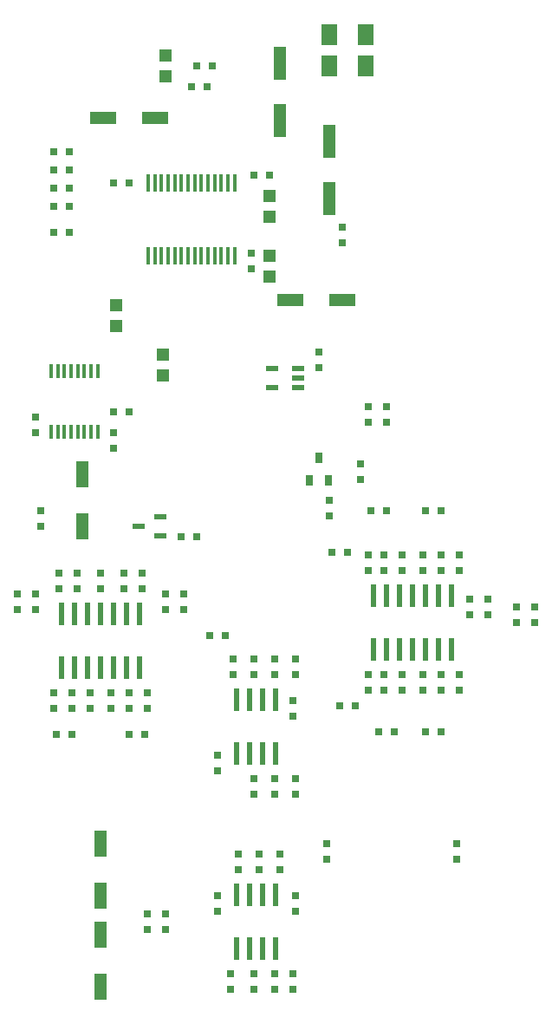
<source format=gbr>
G04 EAGLE Gerber RS-274X export*
G75*
%MOMM*%
%FSLAX34Y34*%
%LPD*%
%INSolderpaste Bottom*%
%IPPOS*%
%AMOC8*
5,1,8,0,0,1.08239X$1,22.5*%
G01*
%ADD10R,0.800000X0.800000*%
%ADD11R,1.300000X1.200000*%
%ADD12R,2.540000X1.270000*%
%ADD13R,1.270000X2.540000*%
%ADD14R,1.270000X3.302000*%
%ADD15R,1.500000X2.100000*%
%ADD16R,0.450000X1.800000*%
%ADD17R,0.600000X2.200000*%
%ADD18R,1.250000X0.600000*%
%ADD19R,1.150000X0.600000*%
%ADD20R,0.650000X1.100000*%
%ADD21R,0.450000X1.475000*%


D10*
X340360Y35560D03*
X340360Y50800D03*
X180340Y822960D03*
X165100Y822960D03*
X317500Y830580D03*
X302260Y830580D03*
D11*
X215900Y927100D03*
X215900Y947420D03*
D12*
X154940Y886460D03*
X205740Y886460D03*
X388620Y708660D03*
X337820Y708660D03*
D11*
X317500Y810260D03*
X317500Y789940D03*
D10*
X365760Y657860D03*
X365760Y642620D03*
X576580Y393700D03*
X576580Y408940D03*
X513080Y416560D03*
X513080Y401320D03*
X342900Y111760D03*
X342900Y127000D03*
X266700Y111760D03*
X266700Y127000D03*
X447040Y459740D03*
X447040Y444500D03*
X447040Y327660D03*
X447040Y342900D03*
X322580Y358140D03*
X322580Y342900D03*
X152400Y441960D03*
X152400Y426720D03*
X279400Y35560D03*
X279400Y50800D03*
D13*
X152400Y177800D03*
X152400Y127000D03*
X152400Y88900D03*
X152400Y38100D03*
D10*
X88900Y594360D03*
X88900Y579120D03*
X327660Y152400D03*
X327660Y167640D03*
D13*
X134620Y487680D03*
X134620Y538480D03*
D10*
X180340Y599440D03*
X165100Y599440D03*
X111760Y441960D03*
X111760Y426720D03*
X193040Y441960D03*
X193040Y426720D03*
X180340Y309880D03*
X180340Y325120D03*
X124460Y309880D03*
X124460Y325120D03*
X414020Y444500D03*
X414020Y459740D03*
X485140Y444500D03*
X485140Y459740D03*
X485140Y342900D03*
X485140Y327660D03*
X340360Y302260D03*
X340360Y317500D03*
X414020Y342900D03*
X414020Y327660D03*
X414020Y589280D03*
X414020Y604520D03*
X266700Y248920D03*
X266700Y264160D03*
D14*
X375920Y807720D03*
X375920Y863600D03*
X327660Y939800D03*
X327660Y883920D03*
D10*
X406400Y548640D03*
X406400Y533400D03*
X388620Y764540D03*
X388620Y779780D03*
X246380Y937260D03*
X261620Y937260D03*
X342900Y226060D03*
X342900Y241300D03*
D11*
X317500Y731520D03*
X317500Y751840D03*
X167640Y703580D03*
X167640Y683260D03*
X213360Y655320D03*
X213360Y635000D03*
D15*
X411700Y967740D03*
X375700Y967740D03*
X375700Y937260D03*
X411700Y937260D03*
D16*
X199050Y822900D03*
X205550Y822900D03*
X212050Y822900D03*
X218550Y822900D03*
X225050Y822900D03*
X231550Y822900D03*
X238050Y822900D03*
X244550Y822900D03*
X251050Y822900D03*
X257550Y822900D03*
X264050Y822900D03*
X270550Y822900D03*
X277050Y822900D03*
X283550Y822900D03*
X283550Y751900D03*
X277050Y751900D03*
X270550Y751900D03*
X264050Y751900D03*
X257550Y751900D03*
X251050Y751900D03*
X244550Y751900D03*
X238050Y751900D03*
X231550Y751900D03*
X225050Y751900D03*
X218550Y751900D03*
X212050Y751900D03*
X205550Y751900D03*
X199050Y751900D03*
D17*
X311150Y75600D03*
X311150Y127600D03*
X323850Y75600D03*
X298450Y75600D03*
X285750Y75600D03*
X323850Y127600D03*
X298450Y127600D03*
X285750Y127600D03*
X431800Y419700D03*
X431800Y367700D03*
X419100Y419700D03*
X444500Y419700D03*
X457200Y419700D03*
X419100Y367700D03*
X444500Y367700D03*
X457200Y367700D03*
X482600Y419700D03*
X482600Y367700D03*
X469900Y419700D03*
X495300Y419700D03*
X469900Y367700D03*
X495300Y367700D03*
X311150Y266100D03*
X311150Y318100D03*
X323850Y266100D03*
X298450Y266100D03*
X285750Y266100D03*
X323850Y318100D03*
X298450Y318100D03*
X285750Y318100D03*
X127000Y401920D03*
X127000Y349920D03*
X114300Y401920D03*
X139700Y401920D03*
X152400Y401920D03*
X114300Y349920D03*
X139700Y349920D03*
X152400Y349920D03*
X177800Y401920D03*
X177800Y349920D03*
X165100Y401920D03*
X190500Y401920D03*
X165100Y349920D03*
X190500Y349920D03*
D18*
X211160Y497180D03*
X211160Y478180D03*
X190160Y487680D03*
D19*
X345240Y641960D03*
X345240Y632460D03*
X345240Y622960D03*
X320240Y622960D03*
X320240Y641960D03*
D20*
X375260Y532560D03*
X356260Y532560D03*
X365760Y554560D03*
D21*
X149750Y580220D03*
X143250Y580220D03*
X136750Y580220D03*
X130250Y580220D03*
X123750Y580220D03*
X117250Y580220D03*
X110750Y580220D03*
X104250Y580220D03*
X104250Y638980D03*
X110750Y638980D03*
X117250Y638980D03*
X123750Y638980D03*
X130250Y638980D03*
X136750Y638980D03*
X143250Y638980D03*
X149750Y638980D03*
D10*
X71120Y421640D03*
X71120Y406400D03*
X302260Y226060D03*
X302260Y241300D03*
X373380Y177800D03*
X373380Y162560D03*
X322580Y226060D03*
X322580Y241300D03*
X88900Y421640D03*
X88900Y406400D03*
X106680Y774700D03*
X121920Y774700D03*
X106680Y800100D03*
X121920Y800100D03*
X93980Y502920D03*
X93980Y487680D03*
X129540Y441960D03*
X129540Y426720D03*
X106680Y817880D03*
X121920Y817880D03*
X106680Y835660D03*
X121920Y835660D03*
X299720Y739140D03*
X299720Y754380D03*
X106680Y853440D03*
X121920Y853440D03*
X165100Y579120D03*
X165100Y563880D03*
X500380Y177800D03*
X500380Y162560D03*
X302260Y358140D03*
X302260Y342900D03*
X281940Y358140D03*
X281940Y342900D03*
X342900Y342900D03*
X342900Y358140D03*
X375920Y497840D03*
X375920Y513080D03*
X233680Y421640D03*
X233680Y406400D03*
X215900Y421640D03*
X215900Y406400D03*
X175260Y441960D03*
X175260Y426720D03*
X302260Y35560D03*
X302260Y50800D03*
X198120Y309880D03*
X198120Y325120D03*
X109220Y284480D03*
X124460Y284480D03*
X162560Y309880D03*
X162560Y325120D03*
X106680Y309880D03*
X106680Y325120D03*
X195580Y284480D03*
X180340Y284480D03*
X142240Y309880D03*
X142240Y325120D03*
X416560Y502920D03*
X431800Y502920D03*
X429260Y444500D03*
X429260Y459740D03*
X393700Y462280D03*
X378460Y462280D03*
X467360Y444500D03*
X467360Y459740D03*
X322580Y35560D03*
X322580Y50800D03*
X485140Y502920D03*
X469900Y502920D03*
X467360Y342900D03*
X467360Y327660D03*
X429260Y342900D03*
X429260Y327660D03*
X424180Y287020D03*
X439420Y287020D03*
X502920Y444500D03*
X502920Y459740D03*
X485140Y287020D03*
X469900Y287020D03*
X502920Y342900D03*
X502920Y327660D03*
X401320Y312420D03*
X386080Y312420D03*
X558800Y408940D03*
X558800Y393700D03*
X530860Y416560D03*
X530860Y401320D03*
X198120Y109220D03*
X198120Y93980D03*
X246380Y477520D03*
X231140Y477520D03*
X431800Y589280D03*
X431800Y604520D03*
X256540Y916940D03*
X241300Y916940D03*
X215900Y109220D03*
X215900Y93980D03*
X287020Y152400D03*
X287020Y167640D03*
X307340Y152400D03*
X307340Y167640D03*
X259080Y381000D03*
X274320Y381000D03*
M02*

</source>
